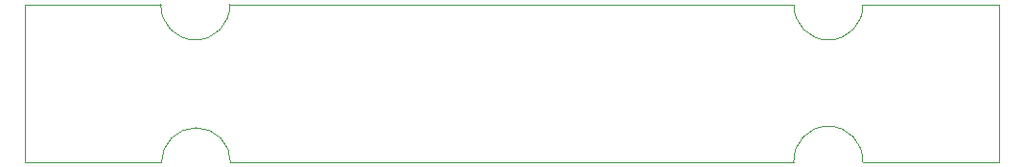
<source format=gbr>
%TF.GenerationSoftware,KiCad,Pcbnew,6.0.2+dfsg-1*%
%TF.CreationDate,2022-06-15T15:21:32+02:00*%
%TF.ProjectId,single_din_bottom,73696e67-6c65-45f6-9469-6e5f626f7474,rev?*%
%TF.SameCoordinates,Original*%
%TF.FileFunction,Profile,NP*%
%FSLAX46Y46*%
G04 Gerber Fmt 4.6, Leading zero omitted, Abs format (unit mm)*
G04 Created by KiCad (PCBNEW 6.0.2+dfsg-1) date 2022-06-15 15:21:32*
%MOMM*%
%LPD*%
G01*
G04 APERTURE LIST*
%TA.AperFunction,Profile*%
%ADD10C,0.100000*%
%TD*%
G04 APERTURE END LIST*
D10*
X97892260Y-180022464D02*
X48159060Y-180022464D01*
X42062294Y-179997100D02*
X30000000Y-180000000D01*
X104000288Y-166001700D02*
X116000000Y-166000000D01*
X48094900Y-166001700D02*
X97904300Y-166001700D01*
X48158399Y-180022500D02*
G75*
G03*
X42062294Y-179997100I-3047997J26000D01*
G01*
X103987599Y-180009800D02*
G75*
G03*
X97892260Y-180022464I-3047999J152400D01*
G01*
X97904300Y-166001700D02*
G75*
G03*
X104000288Y-166001700I3047994J-101336D01*
G01*
X41998900Y-166001700D02*
G75*
G03*
X48094900Y-166001700I3048000J-101600D01*
G01*
X116001800Y-180009800D02*
X103987600Y-180009800D01*
X116000000Y-166000000D02*
X116000000Y-180009800D01*
X30000000Y-166000000D02*
X41998900Y-166000000D01*
X30000000Y-180000000D02*
X30000000Y-166000000D01*
M02*

</source>
